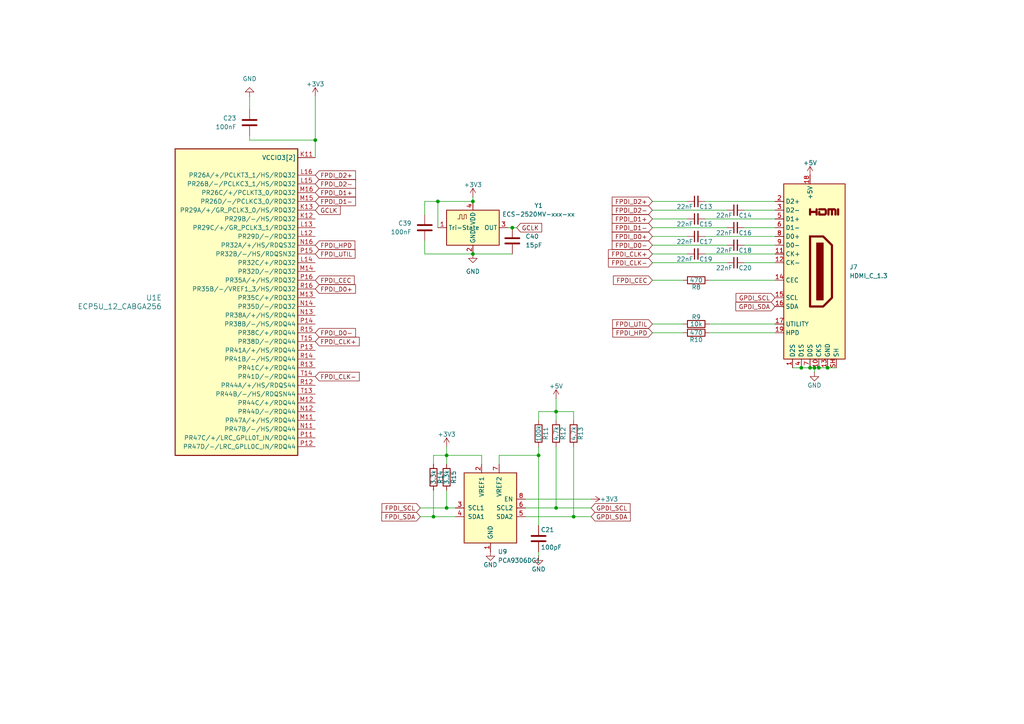
<source format=kicad_sch>
(kicad_sch (version 20250114) (generator "eeschema") (generator_version "9.0")
  (paper "A4")
  (lib_symbols
    (symbol "Connector:HDMI_C_1.3"
      (property "Reference" "J" (at -6.35 26.67 0))
      (property "Value" "HDMI_C_1.3" (at 10.16 26.67 0))
      (symbol "HDMI_C_1.3_0_0"
        (polyline (pts (xy 0 16.51) (xy 0 18.034) (xy 0 17.272) (xy 1.905 17.272) (xy 1.905 18.034) (xy 1.905 16.51)) (stroke (width 0.635)))
        (polyline (pts (xy 2.667 18.034) (xy 4.318 18.034) (xy 4.572 17.78) (xy 4.572 16.764) (xy 4.318 16.51) (xy 2.667 16.51) (xy 2.667 17.272)) (stroke (width 0.635)))
        (polyline (pts (xy 8.128 16.51) (xy 8.128 18.034)) (stroke (width 0.635)))
      )
      (symbol "HDMI_C_1.3_0_1"
        (rectangle (start -7.62 25.4) (end 10.16 -25.4) (stroke (width 0.254)) (fill (type background)))
        (polyline (pts (xy 0 10.16) (xy 3.81 10.16) (xy 6.35 7.62) (xy 6.35 -7.62) (xy 3.81 -10.16) (xy 0 -10.16) (xy 0 10.16)) (stroke (width 0.635)))
        (rectangle (start 1.905 8.255) (end 3.81 -8.255) (stroke (width 0.254)) (fill (type outline)))
        (polyline (pts (xy 5.334 16.51) (xy 5.334 18.034) (xy 6.35 18.034) (xy 6.35 16.51) (xy 6.35 18.034) (xy 7.112 18.034) (xy 7.366 17.78) (xy 7.366 16.51)) (stroke (width 0.635)))
      )
      (symbol "HDMI_C_1.3_1_1"
        (pin passive line (at -10.16 20.32 0) (length 2.54) (name "D2+") (number "2"))
        (pin passive line (at -10.16 17.78 0) (length 2.54) (name "D2-") (number "3"))
        (pin passive line (at -10.16 15.24 0) (length 2.54) (name "D1+") (number "5"))
        (pin passive line (at -10.16 12.7 0) (length 2.54) (name "D1-") (number "6"))
        (pin passive line (at -10.16 10.16 0) (length 2.54) (name "D0+") (number "8"))
        (pin passive line (at -10.16 7.62 0) (length 2.54) (name "D0-") (number "9"))
        (pin passive line (at -10.16 5.08 0) (length 2.54) (name "CK+") (number "11"))
        (pin passive line (at -10.16 2.54 0) (length 2.54) (name "CK-") (number "12"))
        (pin bidirectional line (at -10.16 -2.54 0) (length 2.54) (name "CEC") (number "14"))
        (pin passive line (at -10.16 -7.62 0) (length 2.54) (name "SCL") (number "15"))
        (pin bidirectional line (at -10.16 -10.16 0) (length 2.54) (name "SDA") (number "16"))
        (pin passive line (at -10.16 -15.24 0) (length 2.54) (name "UTILITY") (number "17"))
        (pin passive line (at -10.16 -17.78 0) (length 2.54) (name "HPD") (number "19"))
        (pin power_in line (at -5.08 -27.94 90) (length 2.54) (name "D2S") (number "1"))
        (pin power_in line (at -2.54 -27.94 90) (length 2.54) (name "D1S") (number "4"))
        (pin power_in line (at 0 27.94 270) (length 2.54) (name "+5V") (number "18"))
        (pin power_in line (at 0 -27.94 90) (length 2.54) (name "D0S") (number "7"))
        (pin power_in line (at 2.54 -27.94 90) (length 2.54) (name "CKS") (number "10"))
        (pin power_in line (at 5.08 -27.94 90) (length 2.54) (name "GND") (number "13"))
        (pin passive line (at 7.62 -27.94 90) (length 2.54) (name "SH") (number "SH"))
      )
    )
    (symbol "Device:C" (pin_numbers (hide yes)) (pin_names (offset 0.254))
      (property "Reference" "C" (at 0.635 2.54 0))
      (property "Value" "C" (at 0.635 -2.54 0))
      (symbol "C_0_1"
        (polyline (pts (xy -2.032 0.762) (xy 2.032 0.762)) (stroke (width 0.508)))
        (polyline (pts (xy -2.032 -0.762) (xy 2.032 -0.762)) (stroke (width 0.508)))
      )
      (symbol "C_1_1"
        (pin passive line (at 0 3.81 270) (length 2.794) (name "~") (number "1"))
        (pin passive line (at 0 -3.81 90) (length 2.794) (name "~") (number "2"))
      )
    )
    (symbol "Device:C_Small" (pin_numbers (hide yes)) (pin_names (offset 0.254) (hide yes))
      (property "Reference" "C" (at 0.254 1.778 0))
      (property "Value" "C_Small" (at 0.254 -2.032 0))
      (symbol "C_Small_0_1"
        (polyline (pts (xy -1.524 0.508) (xy 1.524 0.508)) (stroke (width 0.3048)))
        (polyline (pts (xy -1.524 -0.508) (xy 1.524 -0.508)) (stroke (width 0.3302)))
      )
      (symbol "C_Small_1_1"
        (pin passive line (at 0 2.54 270) (length 2.032) (name "~") (number "1"))
        (pin passive line (at 0 -2.54 90) (length 2.032) (name "~") (number "2"))
      )
    )
    (symbol "Device:R" (pin_numbers (hide yes)) (pin_names (offset 0))
      (property "Reference" "R" (at 2.032 0 90))
      (property "Value" "R" (at 0 0 90))
      (symbol "R_0_1"
        (rectangle (start -1.016 -2.54) (end 1.016 2.54) (stroke (width 0.254)))
      )
      (symbol "R_1_1"
        (pin passive line (at 0 3.81 270) (length 1.27) (name "~") (number "1"))
        (pin passive line (at 0 -3.81 90) (length 1.27) (name "~") (number "2"))
      )
    )
    (symbol "Interface:PCA9306DC1" (pin_names (offset 1.016))
      (property "Reference" "U" (at -7.62 11.43 0))
      (property "Value" "PCA9306DC1" (at 3.81 11.43 0))
      (symbol "PCA9306DC1_0_1"
        (rectangle (start -7.62 10.16) (end 7.62 -10.16) (stroke (width 0.254)) (fill (type background)))
      )
      (symbol "PCA9306DC1_1_1"
        (pin bidirectional line (at -10.16 0 0) (length 2.54) (name "SCL1") (number "3"))
        (pin bidirectional line (at -10.16 -2.54 0) (length 2.54) (name "SDA1") (number "4"))
        (pin power_in line (at -2.54 12.7 270) (length 2.54) (name "VREF1") (number "2"))
        (pin power_in line (at 0 -12.7 90) (length 2.54) (name "GND") (number "1"))
        (pin power_in line (at 2.54 12.7 270) (length 2.54) (name "VREF2") (number "7"))
        (pin input line (at 10.16 2.54 180) (length 2.54) (name "EN") (number "8"))
        (pin bidirectional line (at 10.16 0 180) (length 2.54) (name "SCL2") (number "6"))
        (pin bidirectional line (at 10.16 -2.54 180) (length 2.54) (name "SDA2") (number "5"))
      )
    )
    (symbol "Oscillator:ECS-2520MV-xxx-xx"
      (property "Reference" "Y" (at -5.08 6.35 0))
      (property "Value" "ECS-2520MV-xxx-xx" (at 1.27 -6.35 0))
      (symbol "ECS-2520MV-xxx-xx_0_1"
        (rectangle (start -7.62 5.08) (end 7.62 -5.08) (stroke (width 0.254)) (fill (type background)))
        (polyline (pts (xy -4.445 2.54) (xy -3.81 2.54) (xy -3.81 3.81) (xy -3.175 3.81) (xy -3.175 2.54) (xy -2.54 2.54) (xy -2.54 3.81) (xy -1.905 3.81) (xy -1.905 2.54)))
      )
      (symbol "ECS-2520MV-xxx-xx_1_1"
        (pin input line (at -10.16 0 0) (length 2.54) (name "Tri-State") (number "1"))
        (pin power_in line (at 0 7.62 270) (length 2.54) (name "VDD") (number "4"))
        (pin power_in line (at 0 -7.62 90) (length 2.54) (name "GND") (number "2"))
        (pin output line (at 10.16 0 180) (length 2.54) (name "OUT") (number "3"))
      )
    )
    (symbol "josh-ic:ECP5U_12_CABGA256"
      (property "Reference" "U1" (at 22.86 -2.5399 0))
      (property "Value" "ECP5U_12_CABGA256" (at 22.86 -5.0799 0))
      (symbol "ECP5U_12_CABGA256_1_1"
        (rectangle (start -7.62 7.62) (end 6.35 -7.62) (stroke (width 0.001)) (fill (type background)))
        (pin power_in line (at -12.7 5.08 0) (length 5.08) (name "VCC[6]") (number "G6"))
        (pin power_in line (at -12.7 5.08 0) (length 5.08) (name "VCC[6]") (number "G7"))
        (pin power_in line (at -12.7 5.08 0) (length 5.08) (name "VCC[6]") (number "G9"))
        (pin power_in line (at -12.7 5.08 0) (length 5.08) (name "VCC[6]") (number "L10"))
        (pin power_in line (at -12.7 5.08 0) (length 5.08) (name "VCC[6]") (number "L8"))
        (pin power_in line (at -12.7 5.08 0) (length 5.08) (name "VCC[6]") (number "L9"))
        (pin power_in line (at -12.7 2.54 0) (length 5.08) (name "VCCAUX[2]") (number "G11"))
        (pin power_in line (at -12.7 2.54 0) (length 5.08) (name "VCCAUX[2]") (number "L7"))
        (pin power_in line (at -12.7 -5.08 0) (length 5.08) (name "GND[27]") (number "A1"))
        (pin power_in line (at -12.7 -5.08 0) (length 5.08) (name "GND[27]") (number "A16"))
        (pin power_in line (at -12.7 -5.08 0) (length 5.08) (name "GND[27]") (number "D15"))
        (pin power_in line (at -12.7 -5.08 0) (length 5.08) (name "GND[27]") (number "D2"))
        (pin power_in line (at -12.7 -5.08 0) (length 5.08) (name "GND[27]") (number "F8"))
        (pin power_in line (at -12.7 -5.08 0) (length 5.08) (name "GND[27]") (number "F9"))
        (pin power_in line (at -12.7 -5.08 0) (length 5.08) (name "GND[27]") (number "G10"))
        (pin power_in line (at -12.7 -5.08 0) (length 5.08) (name "GND[27]") (number "G8"))
        (pin power_in line (at -12.7 -5.08 0) (length 5.08) (name "GND[27]") (number "H1"))
        (pin power_in line (at -12.7 -5.08 0) (length 5.08) (name "GND[27]") (number "H10"))
        (pin power_in line (at -12.7 -5.08 0) (length 5.08) (name "GND[27]") (number "H16"))
        (pin power_in line (at -12.7 -5.08 0) (length 5.08) (name "GND[27]") (number "H8"))
        (pin power_in line (at -12.7 -5.08 0) (length 5.08) (name "GND[27]") (number "H9"))
        (pin power_in line (at -12.7 -5.08 0) (length 5.08) (name "GND[27]") (number "J10"))
        (pin power_in line (at -12.7 -5.08 0) (length 5.08) (name "GND[27]") (number "J8"))
        (pin power_in line (at -12.7 -5.08 0) (length 5.08) (name "GND[27]") (number "J9"))
        (pin power_in line (at -12.7 -5.08 0) (length 5.08) (name "GND[27]") (number "K10"))
        (pin power_in line (at -12.7 -5.08 0) (length 5.08) (name "GND[27]") (number "K6"))
        (pin power_in line (at -12.7 -5.08 0) (length 5.08) (name "GND[27]") (number "K7"))
        (pin power_in line (at -12.7 -5.08 0) (length 5.08) (name "GND[27]") (number "K8"))
        (pin power_in line (at -12.7 -5.08 0) (length 5.08) (name "GND[27]") (number "K9"))
        (pin power_in line (at -12.7 -5.08 0) (length 5.08) (name "GND[27]") (number "N15"))
        (pin power_in line (at -12.7 -5.08 0) (length 5.08) (name "GND[27]") (number "N2"))
        (pin power_in line (at -12.7 -5.08 0) (length 5.08) (name "GND[27]") (number "T1"))
        (pin power_in line (at -12.7 -5.08 0) (length 5.08) (name "GND[27]") (number "T12"))
        (pin power_in line (at -12.7 -5.08 0) (length 5.08) (name "GND[27]") (number "T16"))
        (pin power_in line (at -12.7 -5.08 0) (length 5.08) (name "GND[27]") (number "T5"))
      )
      (symbol "ECP5U_12_CABGA256_2_1"
        (rectangle (start -16.51 40.64) (end 8.89 -27.94) (stroke (width 0.305)) (fill (type background)))
        (pin power_in line (at -21.59 38.1 0) (length 5.08) (name "VCCIO0[2]") (number "F6"))
        (pin power_in line (at -21.59 38.1 0) (length 5.08) (name "VCCIO0[2]") (number "F7"))
        (pin bidirectional line (at -21.59 33.02 0) (length 5.08) (name "PT4A/+") (number "A2"))
        (pin bidirectional line (at -21.59 30.48 0) (length 5.08) (name "PT4B/-") (number "B3"))
        (pin bidirectional line (at -21.59 27.94 0) (length 5.08) (name "PT6A/+") (number "A3"))
        (pin bidirectional line (at -21.59 25.4 0) (length 5.08) (name "PT6B/-") (number "A4"))
        (pin bidirectional line (at -21.59 22.86 0) (length 5.08) (name "PT9A/+") (number "E4"))
        (pin bidirectional line (at -21.59 20.32 0) (length 5.08) (name "PT9B/-") (number "D4"))
        (pin bidirectional line (at -21.59 17.78 0) (length 5.08) (name "PT11A/+") (number "C4"))
        (pin bidirectional line (at -21.59 15.24 0) (length 5.08) (name "PT11B/-") (number "B4"))
        (pin bidirectional line (at -21.59 12.7 0) (length 5.08) (name "PT13A/+") (number "E5"))
        (pin bidirectional line (at -21.59 10.16 0) (length 5.08) (name "PT13B/-") (number "D5"))
        (pin bidirectional line (at -21.59 7.62 0) (length 5.08) (name "PT15A/+") (number "C5"))
        (pin bidirectional line (at -21.59 5.08 0) (length 5.08) (name "PT15B/-") (number "B5"))
        (pin bidirectional line (at -21.59 2.54 0) (length 5.08) (name "PT18A/+") (number "A5"))
        (pin bidirectional line (at -21.59 0 0) (length 5.08) (name "PT18B/-") (number "A6"))
        (pin bidirectional line (at -21.59 -2.54 0) (length 5.08) (name "PT20A/+") (number "E6"))
        (pin bidirectional line (at -21.59 -5.08 0) (length 5.08) (name "PT20B/-") (number "D6"))
        (pin bidirectional line (at -21.59 -7.62 0) (length 5.08) (name "PT22A/+") (number "C6"))
        (pin bidirectional line (at -21.59 -10.16 0) (length 5.08) (name "PT22B/-") (number "B6"))
        (pin bidirectional line (at -21.59 -12.7 0) (length 5.08) (name "PT24A/+/GR_PCLK0_1") (number "E7"))
        (pin bidirectional line (at -21.59 -15.24 0) (length 5.08) (name "PT24B/-/GR_PCLK0_0") (number "D7"))
        (pin bidirectional line (at -21.59 -17.78 0) (length 5.08) (name "PT27A/+/PCLKT0_1") (number "C7"))
        (pin bidirectional line (at -21.59 -20.32 0) (length 5.08) (name "PT27B/-/PCLKC0_1") (number "B7"))
        (pin bidirectional line (at -21.59 -22.86 0) (length 5.08) (name "PT29A/+/PCLKT0_0") (number "A7"))
        (pin bidirectional line (at -21.59 -25.4 0) (length 5.08) (name "PT29B/-/PCLKC0_0") (number "A8"))
      )
      (symbol "ECP5U_12_CABGA256_3_1"
        (rectangle (start -16.51 40.64) (end 8.89 -48.26) (stroke (width 0.305)) (fill (type background)))
        (pin power_in line (at -21.59 38.1 0) (length 5.08) (name "VCCIO1[2]") (number "F10"))
        (pin power_in line (at -21.59 38.1 0) (length 5.08) (name "VCCIO1[2]") (number "F11"))
        (pin bidirectional line (at -21.59 33.02 0) (length 5.08) (name "PT33A/+/PCLKT1_1") (number "E8"))
        (pin bidirectional line (at -21.59 30.48 0) (length 5.08) (name "PT33B/-/PCLKC1_1") (number "D8"))
        (pin bidirectional line (at -21.59 27.94 0) (length 5.08) (name "PT35A/+/PCLKT1_0") (number "C8"))
        (pin bidirectional line (at -21.59 25.4 0) (length 5.08) (name "PT35B/-/PCLKC1_0") (number "B8"))
        (pin bidirectional line (at -21.59 22.86 0) (length 5.08) (name "PT38A/+/GR_PCLK1_0") (number "B9"))
        (pin bidirectional line (at -21.59 20.32 0) (length 5.08) (name "PT38B/-/GR_PCLK1_1") (number "C9"))
        (pin bidirectional line (at -21.59 17.78 0) (length 5.08) (name "PT40A/+") (number "D9"))
        (pin bidirectional line (at -21.59 15.24 0) (length 5.08) (name "PT40B/-") (number "E9"))
        (pin bidirectional line (at -21.59 12.7 0) (length 5.08) (name "PT42A/+") (number "A9"))
        (pin bidirectional line (at -21.59 10.16 0) (length 5.08) (name "PT42B/-") (number "A10"))
        (pin bidirectional line (at -21.59 7.62 0) (length 5.08) (name "PT44A/+") (number "B10"))
        (pin bidirectional line (at -21.59 5.08 0) (length 5.08) (name "PT44B/-") (number "C10"))
        (pin bidirectional line (at -21.59 2.54 0) (length 5.08) (name "PT47A/+") (number "D10"))
        (pin bidirectional line (at -21.59 0 0) (length 5.08) (name "PT47B/-") (number "E10"))
        (pin bidirectional line (at -21.59 -2.54 0) (length 5.08) (name "PT49A/+") (number "B11"))
        (pin bidirectional line (at -21.59 -5.08 0) (length 5.08) (name "PT49B/-") (number "C11"))
        (pin bidirectional line (at -21.59 -7.62 0) (length 5.08) (name "PT51A/+") (number "D11"))
        (pin bidirectional line (at -21.59 -10.16 0) (length 5.08) (name "PT51B/-") (number "E11"))
        (pin bidirectional line (at -21.59 -12.7 0) (length 5.08) (name "PT53A/+") (number "A11"))
        (pin bidirectional line (at -21.59 -15.24 0) (length 5.08) (name "PT53B/-") (number "A12"))
        (pin bidirectional line (at -21.59 -17.78 0) (length 5.08) (name "PT56A/+") (number "B12"))
        (pin bidirectional line (at -21.59 -20.32 0) (length 5.08) (name "PT56B/-") (number "C12"))
        (pin bidirectional line (at -21.59 -22.86 0) (length 5.08) (name "PT58A/+") (number "D12"))
        (pin bidirectional line (at -21.59 -25.4 0) (length 5.08) (name "PT58B/-") (number "E12"))
        (pin bidirectional line (at -21.59 -27.94 0) (length 5.08) (name "PT60A/+") (number "B13"))
        (pin bidirectional line (at -21.59 -30.48 0) (length 5.08) (name "PT60B/-") (number "C13"))
        (pin bidirectional line (at -21.59 -33.02 0) (length 5.08) (name "PT62A/+") (number "D13"))
        (pin bidirectional line (at -21.59 -35.56 0) (length 5.08) (name "PT62B/-") (number "E13"))
        (pin bidirectional line (at -21.59 -38.1 0) (length 5.08) (name "PT65A/+") (number "A13"))
        (pin bidirectional line (at -21.59 -40.64 0) (length 5.08) (name "PT65B/-") (number "A14"))
        (pin bidirectional line (at -21.59 -43.18 0) (length 5.08) (name "PT67A/+") (number "B14"))
        (pin bidirectional line (at -21.59 -45.72 0) (length 5.08) (name "PT67B/-") (number "A15"))
      )
      (symbol "ECP5U_12_CABGA256_4_1"
        (rectangle (start -16.51 40.64) (end 21.59 -48.26) (stroke (width 0.305)) (fill (type background)))
        (pin power_in line (at -21.59 38.1 0) (length 5.08) (name "VCCIO2[2]") (number "H11"))
        (pin power_in line (at -21.59 38.1 0) (length 5.08) (name "VCCIO2[2]") (number "J11"))
        (pin bidirectional line (at -21.59 33.02 0) (length 5.08) (name "PR2A/+/HS/RDQ8") (number "B16"))
        (pin bidirectional line (at -21.59 30.48 0) (length 5.08) (name "PR2B/-/S0_IN/HS/RDQ8") (number "B15"))
        (pin bidirectional line (at -21.59 27.94 0) (length 5.08) (name "PR2C/+/RDQ8") (number "C14"))
        (pin bidirectional line (at -21.59 25.4 0) (length 5.08) (name "PR2D/-/RDQ8") (number "D14"))
        (pin bidirectional line (at -21.59 22.86 0) (length 5.08) (name "PR5A/+/HS/RDQ8") (number "C16"))
        (pin bidirectional line (at -21.59 20.32 0) (length 5.08) (name "PR5B/-/HS/RDQ8") (number "C15"))
        (pin bidirectional line (at -21.59 17.78 0) (length 5.08) (name "PR5C/+/RDQ8") (number "E14"))
        (pin bidirectional line (at -21.59 15.24 0) (length 5.08) (name "PR5D/-/RDQ8") (number "F14"))
        (pin bidirectional line (at -21.59 12.7 0) (length 5.08) (name "PR8A/+/HS/RDQS8") (number "D16"))
        (pin bidirectional line (at -21.59 10.16 0) (length 5.08) (name "PR8B/-/HS/RDQSN8") (number "E15"))
        (pin bidirectional line (at -21.59 7.62 0) (length 5.08) (name "PR8C/+/RDQ8") (number "F13"))
        (pin bidirectional line (at -21.59 5.08 0) (length 5.08) (name "PR8D/-/RDQ8") (number "F12"))
        (pin bidirectional line (at -21.59 2.54 0) (length 5.08) (name "PR11A/+/HS/RDQ8") (number "G12"))
        (pin bidirectional line (at -21.59 0 0) (length 5.08) (name "PR11B/-/HS/RDQ8") (number "G13"))
        (pin bidirectional line (at -21.59 -2.54 0) (length 5.08) (name "PR11C/+/RDQ8") (number "F15"))
        (pin bidirectional line (at -21.59 -5.08 0) (length 5.08) (name "PR11D/-/RDQ8") (number "E16"))
        (pin bidirectional line (at -21.59 -7.62 0) (length 5.08) (name "PR14A/+/HS/RDQ20") (number "F16"))
        (pin bidirectional line (at -21.59 -10.16 0) (length 5.08) (name "PR14B/-/HS/RDQ20") (number "G15"))
        (pin bidirectional line (at -21.59 -12.7 0) (length 5.08) (name "PR14C/+/VREF1_2/RDQ20") (number "G14"))
        (pin bidirectional line (at -21.59 -15.24 0) (length 5.08) (name "PR14D/-/RDQ20") (number "H14"))
        (pin bidirectional line (at -21.59 -17.78 0) (length 5.08) (name "PR17A/+/HS/RDQ20") (number "H12"))
        (pin bidirectional line (at -21.59 -20.32 0) (length 5.08) (name "PR17B/-/HS/RDQ20") (number "H13"))
        (pin bidirectional line (at -21.59 -22.86 0) (length 5.08) (name "PR17C/+/RDQ20") (number "J13"))
        (pin bidirectional line (at -21.59 -25.4 0) (length 5.08) (name "PR17D/-/RDQ20") (number "J12"))
        (pin bidirectional line (at -21.59 -27.94 0) (length 5.08) (name "PR20A/+/GR_PCLK2_1/HS/RDQS20") (number "G16"))
        (pin bidirectional line (at -21.59 -30.48 0) (length 5.08) (name "PR20B/-/HS/RDQSN20") (number "H15"))
        (pin bidirectional line (at -21.59 -33.02 0) (length 5.08) (name "PR20C/+/GR_PCLK2_0/RDQ20") (number "J14"))
        (pin bidirectional line (at -21.59 -35.56 0) (length 5.08) (name "PR20D/-/RDQ20") (number "K14"))
        (pin bidirectional line (at -21.59 -38.1 0) (length 5.08) (name "PR23A/+/PCLKT2_1/HS/RDQ20") (number "J16"))
        (pin bidirectional line (at -21.59 -40.64 0) (length 5.08) (name "PR23B/-/PCLKC2_1/HS/RDQ20") (number "J15"))
        (pin bidirectional line (at -21.59 -43.18 0) (length 5.08) (name "PR23C/+/PCLKT2_0/RDQ20") (number "K16"))
        (pin bidirectional line (at -21.59 -45.72 0) (length 5.08) (name "PR23D/-/PCLKC2_0/RDQ20") (number "K15"))
      )
      (symbol "ECP5U_12_CABGA256_5_1"
        (rectangle (start -16.51 40.64) (end 19.05 -48.26) (stroke (width 0.305)) (fill (type background)))
        (pin power_in line (at -21.59 38.1 0) (length 5.08) (name "VCCIO3[2]") (number "K11"))
        (pin power_in line (at -21.59 38.1 0) (length 5.08) (name "VCCIO3[2]") (number "L11"))
        (pin bidirectional line (at -21.59 33.02 0) (length 5.08) (name "PR26A/+/PCLKT3_1/HS/RDQ32") (number "L16"))
        (pin bidirectional line (at -21.59 30.48 0) (length 5.08) (name "PR26B/-/PCLKC3_1/HS/RDQ32") (number "L15"))
        (pin bidirectional line (at -21.59 27.94 0) (length 5.08) (name "PR26C/+/PCLKT3_0/RDQ32") (number "M16"))
        (pin bidirectional line (at -21.59 25.4 0) (length 5.08) (name "PR26D/-/PCLKC3_0/RDQ32") (number "M15"))
        (pin bidirectional line (at -21.59 22.86 0) (length 5.08) (name "PR29A/+/GR_PCLK3_0/HS/RDQ32") (number "K13"))
        (pin bidirectional line (at -21.59 20.32 0) (length 5.08) (name "PR29B/-/HS/RDQ32") (number "K12"))
        (pin bidirectional line (at -21.59 17.78 0) (length 5.08) (name "PR29C/+/GR_PCLK3_1/RDQ32") (number "L13"))
        (pin bidirectional line (at -21.59 15.24 0) (length 5.08) (name "PR29D/-/RDQ32") (number "L12"))
        (pin bidirectional line (at -21.59 12.7 0) (length 5.08) (name "PR32A/+/HS/RDQS32") (number "N16"))
        (pin bidirectional line (at -21.59 10.16 0) (length 5.08) (name "PR32B/-/HS/RDQSN32") (number "P15"))
        (pin bidirectional line (at -21.59 7.62 0) (length 5.08) (name "PR32C/+/RDQ32") (number "L14"))
        (pin bidirectional line (at -21.59 5.08 0) (length 5.08) (name "PR32D/-/RDQ32") (number "M14"))
        (pin bidirectional line (at -21.59 2.54 0) (length 5.08) (name "PR35A/+/HS/RDQ32") (number "P16"))
        (pin bidirectional line (at -21.59 0 0) (length 5.08) (name "PR35B/-/VREF1_3/HS/RDQ32") (number "R16"))
        (pin bidirectional line (at -21.59 -2.54 0) (length 5.08) (name "PR35C/+/RDQ32") (number "M13"))
        (pin bidirectional line (at -21.59 -5.08 0) (length 5.08) (name "PR35D/-/RDQ32") (number "N14"))
        (pin bidirectional line (at -21.59 -7.62 0) (length 5.08) (name "PR38A/+/HS/RDQ44") (number "N13"))
        (pin bidirectional line (at -21.59 -10.16 0) (length 5.08) (name "PR38B/-/HS/RDQ44") (number "P14"))
        (pin bidirectional line (at -21.59 -12.7 0) (length 5.08) (name "PR38C/+/RDQ44") (number "R15"))
        (pin bidirectional line (at -21.59 -15.24 0) (length 5.08) (name "PR38D/-/RDQ44") (number "T15"))
        (pin bidirectional line (at -21.59 -17.78 0) (length 5.08) (name "PR41A/+/HS/RDQ44") (number "P13"))
        (pin bidirectional line (at -21.59 -20.32 0) (length 5.08) (name "PR41B/-/HS/RDQ44") (number "R14"))
        (pin bidirectional line (at -21.59 -22.86 0) (length 5.08) (name "PR41C/+/RDQ44") (number "R13"))
        (pin bidirectional line (at -21.59 -25.4 0) (length 5.08) (name "PR41D/-/RDQ44") (number "T14"))
        (pin bidirectional line (at -21.59 -27.94 0) (length 5.08) (name "PR44A/+/HS/RDQS44") (number "R12"))
        (pin bidirectional line (at -21.59 -30.48 0) (length 5.08) (name "PR44B/-/HS/RDQSN44") (number "T13"))
        (pin bidirectional line (at -21.59 -33.02 0) (length 5.08) (name "PR44C/+/RDQ44") (number "M12"))
        (pin bidirectional line (at -21.59 -35.56 0) (length 5.08) (name "PR44D/-/RDQ44") (number "N12"))
        (pin bidirectional line (at -21.59 -38.1 0) (length 5.08) (name "PR47A/+/HS/RDQ44") (number "M11"))
        (pin bidirectional line (at -21.59 -40.64 0) (length 5.08) (name "PR47B/-/HS/RDQ44") (number "N11"))
        (pin bidirectional line (at -21.59 -43.18 0) (length 5.08) (name "PR47C/+/LRC_GPLL0T_IN/RDQ44") (number "P11"))
        (pin bidirectional line (at -21.59 -45.72 0) (length 5.08) (name "PR47D/-/LRC_GPLL0C_IN/RDQ44") (number "P12"))
      )
      (symbol "ECP5U_12_CABGA256_6_1"
        (rectangle (start -16.51 40.64) (end 19.05 -48.26) (stroke (width 0.305)) (fill (type background)))
        (pin power_in line (at -21.59 38.1 0) (length 5.08) (name "VCCIO6[2]") (number "J6"))
        (pin power_in line (at -21.59 38.1 0) (length 5.08) (name "VCCIO6[2]") (number "J7"))
        (pin bidirectional line (at -21.59 33.02 0) (length 5.08) (name "PL26A/+/PCLKT6_1/HS/LDQ32") (number "L1"))
        (pin bidirectional line (at -21.59 30.48 0) (length 5.08) (name "PL26B/-/PCLKC6_1/HS/LDQ32") (number "L2"))
        (pin bidirectional line (at -21.59 27.94 0) (length 5.08) (name "PL26C/+/PCLKT6_0/LDQ32") (number "M1"))
        (pin bidirectional line (at -21.59 25.4 0) (length 5.08) (name "PL26D/-/PCLKC6_0/LDQ32") (number "M2"))
        (pin bidirectional line (at -21.59 22.86 0) (length 5.08) (name "PL29A/+/GR_PCLK6_0/HS/LDQ32") (number "K4"))
        (pin bidirectional line (at -21.59 20.32 0) (length 5.08) (name "PL29B/-/HS/LDQ32") (number "K5"))
        (pin bidirectional line (at -21.59 17.78 0) (length 5.08) (name "PL29C/+/GR_PCLK6_1/LDQ32") (number "L4"))
        (pin bidirectional line (at -21.59 15.24 0) (length 5.08) (name "PL29D/-/LDQ32") (number "L5"))
        (pin bidirectional line (at -21.59 12.7 0) (length 5.08) (name "PL32A/+/HS/LDQS32") (number "N1"))
        (pin bidirectional line (at -21.59 10.16 0) (length 5.08) (name "PL32B/-/HS/LDQSN32") (number "P2"))
        (pin bidirectional line (at -21.59 7.62 0) (length 5.08) (name "PL32C/+/LDQ32") (number "L3"))
        (pin bidirectional line (at -21.59 5.08 0) (length 5.08) (name "PL32D/-/LDQ32") (number "M3"))
        (pin bidirectional line (at -21.59 2.54 0) (length 5.08) (name "PL35A/+/HS/LDQ32") (number "P1"))
        (pin bidirectional line (at -21.59 0 0) (length 5.08) (name "PL35B/-/VREF1_6/HS/LDQ32") (number "R1"))
        (pin bidirectional line (at -21.59 -2.54 0) (length 5.08) (name "PL35C/+/LDQ32") (number "M4"))
        (pin bidirectional line (at -21.59 -5.08 0) (length 5.08) (name "PL35D/-/LDQ32") (number "N3"))
        (pin bidirectional line (at -21.59 -7.62 0) (length 5.08) (name "PL38A/+/HS/LDQ44") (number "N4"))
        (pin bidirectional line (at -21.59 -10.16 0) (length 5.08) (name "PL38B/-/HS/LDQ44") (number "P3"))
        (pin bidirectional line (at -21.59 -12.7 0) (length 5.08) (name "PL38C/+/LDQ44") (number "R2"))
        (pin bidirectional line (at -21.59 -15.24 0) (length 5.08) (name "PL38D/-/LDQ44") (number "T2"))
        (pin bidirectional line (at -21.59 -17.78 0) (length 5.08) (name "PL41A/+/HS/LDQ44") (number "P4"))
        (pin bidirectional line (at -21.59 -20.32 0) (length 5.08) (name "PL41B/-/HS/LDQ44") (number "R3"))
        (pin bidirectional line (at -21.59 -22.86 0) (length 5.08) (name "PL41C/+/LDQ44") (number "R4"))
        (pin bidirectional line (at -21.59 -25.4 0) (length 5.08) (name "PL41D/-/LDQ44") (number "T3"))
        (pin bidirectional line (at -21.59 -27.94 0) (length 5.08) (name "PL44A/+/HS/LDQS44") (number "R5"))
        (pin bidirectional line (at -21.59 -30.48 0) (length 5.08) (name "PL44B/-/HS/LDQSN44") (number "T4"))
        (pin bidirectional line (at -21.59 -33.02 0) (length 5.08) (name "PL44C/+/LDQ44") (number "M5"))
        (pin bidirectional line (at -21.59 -35.56 0) (length 5.08) (name "PL44D/-/LDQ44") (number "N5"))
        (pin bidirectional line (at -21.59 -38.1 0) (length 5.08) (name "PL47A/+/HS/LDQ44") (number "M6"))
        (pin bidirectional line (at -21.59 -40.64 0) (length 5.08) (name "PL47B/-/HS/LDQ44") (number "N6"))
        (pin bidirectional line (at -21.59 -43.18 0) (length 5.08) (name "PL47C/+/LLC_GPLL0T_IN/LDQ44") (number "P6"))
        (pin bidirectional line (at -21.59 -45.72 0) (length 5.08) (name "PL47D/-/LLC_GPLL0C_IN/LDQ44") (number "P5"))
      )
      (symbol "ECP5U_12_CABGA256_7_1"
        (rectangle (start -16.51 40.64) (end 20.32 -46.99) (stroke (width 0.305)) (fill (type background)))
        (pin power_in line (at -21.59 38.1 0) (length 5.08) (name "VCCIO7[2]") (number "H6"))
        (pin power_in line (at -21.59 38.1 0) (length 5.08) (name "VCCIO7[2]") (number "H7"))
        (pin bidirectional line (at -21.59 34.29 0) (length 5.08) (name "PL2A/+/HS/LDQ8") (number "B1"))
        (pin bidirectional line (at -21.59 31.75 0) (length 5.08) (name "PL2B/-/HS/LDQ8") (number "B2"))
        (pin bidirectional line (at -21.59 29.21 0) (length 5.08) (name "PL2C/+/LDQ8") (number "C3"))
        (pin bidirectional line (at -21.59 26.67 0) (length 5.08) (name "PL2D/-/LDQ8") (number "D3"))
        (pin bidirectional line (at -21.59 24.13 0) (length 5.08) (name "PL5A/+/HS/LDQ8") (number "C1"))
        (pin bidirectional line (at -21.59 21.59 0) (length 5.08) (name "PL5B/-/HS/LDQ8") (number "C2"))
        (pin bidirectional line (at -21.59 19.05 0) (length 5.08) (name "PL5C/+/LDQ8") (number "E3"))
        (pin bidirectional line (at -21.59 16.51 0) (length 5.08) (name "PL5D/-/LDQ8") (number "F3"))
        (pin bidirectional line (at -21.59 13.97 0) (length 5.08) (name "PL8A/+/HS/LDQS8") (number "D1"))
        (pin bidirectional line (at -21.59 11.43 0) (length 5.08) (name "PL8B/-/HS/LDQSN8") (number "E2"))
        (pin bidirectional line (at -21.59 8.89 0) (length 5.08) (name "PL8C/+/LDQ8") (number "F4"))
        (pin bidirectional line (at -21.59 6.35 0) (length 5.08) (name "PL8D/-/LDQ8") (number "F5"))
        (pin bidirectional line (at -21.59 3.81 0) (length 5.08) (name "PL11A/+/HS/LDQ8") (number "G5"))
        (pin bidirectional line (at -21.59 1.27 0) (length 5.08) (name "PL11B/-/HS/LDQ8") (number "G4"))
        (pin bidirectional line (at -21.59 -1.27 0) (length 5.08) (name "PL11C/+/LDQ8") (number "F2"))
        (pin bidirectional line (at -21.59 -3.81 0) (length 5.08) (name "PL11D/-/LDQ8") (number "E1"))
        (pin bidirectional line (at -21.59 -6.35 0) (length 5.08) (name "PL14A/+/HS/LDQ20") (number "F1"))
        (pin bidirectional line (at -21.59 -8.89 0) (length 5.08) (name "PL14B/-/HS/LDQ20") (number "G2"))
        (pin bidirectional line (at -21.59 -11.43 0) (length 5.08) (name "PL14C/+/VREF1_7/LDQ20") (number "G3"))
        (pin bidirectional line (at -21.59 -13.97 0) (length 5.08) (name "PL14D/-/LDQ20") (number "H3"))
        (pin bidirectional line (at -21.59 -16.51 0) (length 5.08) (name "PL17A/+/HS/LDQ20") (number "H5"))
        (pin bidirectional line (at -21.59 -19.05 0) (length 5.08) (name "PL17B/-/HS/LDQ20") (number "H4"))
        (pin bidirectional line (at -21.59 -21.59 0) (length 5.08) (name "PL17C/+/LDQ20") (number "J4"))
        (pin bidirectional line (at -21.59 -24.13 0) (length 5.08) (name "PL17D/-/LDQ20") (number "J5"))
        (pin bidirectional line (at -21.59 -26.67 0) (length 5.08) (name "PL20A/+/GR_PCLK7_1/HS/LDQS20") (number "G1"))
        (pin bidirectional line (at -21.59 -29.21 0) (length 5.08) (name "PL20B/-/HS/LDQSN20") (number "H2"))
        (pin bidirectional line (at -21.59 -31.75 0) (length 5.08) (name "PL20C/+/GR_PCLK7_0/LDQ20") (number "J3"))
        (pin bidirectional line (at -21.59 -34.29 0) (length 5.08) (name "PL20D/-/LDQ20") (number "K3"))
        (pin bidirectional line (at -21.59 -36.83 0) (length 5.08) (name "PL23A/+/PCLKT7_1/HS/LDQ20") (number "J1"))
        (pin bidirectional line (at -21.59 -39.37 0) (length 5.08) (name "PL23B/-/PCLKC7_1/HS/LDQ20") (number "J2"))
        (pin bidirectional line (at -21.59 -41.91 0) (length 5.08) (name "PL23C/+/PCLKT7_0/LDQ20") (number "K1"))
        (pin bidirectional line (at -21.59 -44.45 0) (length 5.08) (name "PL23D/-/PCLKC7_0/LDQ20") (number "K2"))
      )
      (symbol "ECP5U_12_CABGA256_8_1"
        (rectangle (start -16.51 40.64) (end 25.4 -17.78) (stroke (width 0.305)) (fill (type background)))
        (pin power_in line (at -21.59 38.1 0) (length 5.08) (name "VCCIO8") (number "L6"))
        (pin bidirectional line (at -21.59 33.02 0) (length 5.08) (name "CCLK/MCLK/SCK") (number "N9"))
        (pin bidirectional line (at -21.59 30.48 0) (length 5.08) (name "CFG_0") (number "N10"))
        (pin bidirectional line (at -21.59 27.94 0) (length 5.08) (name "CFG_1") (number "P10"))
        (pin bidirectional line (at -21.59 25.4 0) (length 5.08) (name "CFG_2") (number "R10"))
        (pin bidirectional line (at -21.59 22.86 0) (length 5.08) (name "DONE") (number "P9"))
        (pin bidirectional line (at -21.59 20.32 0) (length 5.08) (name "INITN") (number "T9"))
        (pin bidirectional line (at -21.59 17.78 0) (length 5.08) (name "PB4A/+/D7/IO7") (number "T6"))
        (pin bidirectional line (at -21.59 15.24 0) (length 5.08) (name "PB4B/-/D6/IO6") (number "R6"))
        (pin bidirectional line (at -21.59 12.7 0) (length 5.08) (name "PB6A/+/D5/MISO2/IO5") (number "R7"))
        (pin bidirectional line (at -21.59 10.16 0) (length 5.08) (name "PB6B/-/D4/MOSI2/IO4") (number "P7"))
        (pin bidirectional line (at -21.59 7.62 0) (length 5.08) (name "PB9A/+/D3/IO3") (number "N7"))
        (pin bidirectional line (at -21.59 5.08 0) (length 5.08) (name "PB9B/-/D2/IO2") (number "M7"))
        (pin bidirectional line (at -21.59 2.54 0) (length 5.08) (name "PB11A/+/D1/MISO/IO1") (number "T7"))
        (pin bidirectional line (at -21.59 0 0) (length 5.08) (name "PB11B/-/D0/MOSI/IO0") (number "T8"))
        (pin bidirectional line (at -21.59 -2.54 0) (length 5.08) (name "PB13A/+/SN/CSN") (number "R8"))
        (pin bidirectional line (at -21.59 -5.08 0) (length 5.08) (name "PB13B/-/CS1N") (number "P8"))
        (pin bidirectional line (at -21.59 -7.62 0) (length 5.08) (name "PB15A/+/HOLDN/DI/BUSY/CSSPIN/CEN") (number "N8"))
        (pin bidirectional line (at -21.59 -10.16 0) (length 5.08) (name "PB15B/-/DOUT/CSON") (number "M8"))
        (pin bidirectional line (at -21.59 -12.7 0) (length 5.08) (name "PB18A/WRITEN") (number "M9"))
        (pin bidirectional line (at -21.59 -15.24 0) (length 5.08) (name "PROGRAMN") (number "R9"))
      )
      (symbol "ECP5U_12_CABGA256_9_1"
        (rectangle (start -2.54 6.35) (end 5.08 -6.35) (stroke (width 0.305)) (fill (type background)))
        (pin bidirectional line (at -7.62 3.81 0) (length 5.08) (name "TCK") (number "T10"))
        (pin bidirectional line (at -7.62 1.27 0) (length 5.08) (name "TDI") (number "R11"))
        (pin bidirectional line (at -7.62 -1.27 0) (length 5.08) (name "TDO") (number "M10"))
        (pin bidirectional line (at -7.62 -3.81 0) (length 5.08) (name "TMS") (number "T11"))
      )
    )
    (symbol "power:+3V3" (power) (pin_numbers (hide yes)) (pin_names (offset 0) (hide yes))
      (property "Value" "+3V3" (at 0 3.556 0))
      (symbol "+3V3_0_1"
        (polyline (pts (xy -0.762 1.27) (xy 0 2.54)))
        (polyline (pts (xy 0 2.54) (xy 0.762 1.27)))
        (polyline (pts (xy 0 0) (xy 0 2.54)))
      )
      (symbol "+3V3_1_1"
        (pin power_in line (at 0 0 90) (length 0) (name "~") (number "1"))
      )
    )
    (symbol "power:+5V" (power) (pin_numbers (hide yes)) (pin_names (offset 0) (hide yes))
      (property "Value" "+5V" (at 0 3.556 0))
      (symbol "+5V_0_1"
        (polyline (pts (xy -0.762 1.27) (xy 0 2.54)))
        (polyline (pts (xy 0 2.54) (xy 0.762 1.27)))
        (polyline (pts (xy 0 0) (xy 0 2.54)))
      )
      (symbol "+5V_1_1"
        (pin power_in line (at 0 0 90) (length 0) (name "~") (number "1"))
      )
    )
    (symbol "power:GND" (power) (pin_numbers (hide yes)) (pin_names (offset 0) (hide yes))
      (property "Value" "GND" (at 0 -3.81 0))
      (symbol "GND_0_1"
        (polyline (pts (xy 0 0) (xy 0 -1.27) (xy 1.27 -1.27) (xy 0 -2.54) (xy -1.27 -1.27) (xy 0 -1.27)))
      )
      (symbol "GND_1_1"
        (pin power_in line (at 0 0 270) (length 0) (name "~") (number "1"))
      )
    )
  )
  (junction (at 232.41 106.68))
  (junction (at 129.54 132.08))
  (junction (at 234.95 106.68))
  (junction (at 236.22 106.68))
  (junction (at 125.73 149.86))
  (junction (at 148.59 66.04))
  (junction (at 161.29 147.32))
  (junction (at 91.44 40.64))
  (junction (at 137.16 58.42))
  (junction (at 237.49 106.68))
  (junction (at 127 58.42))
  (junction (at 156.21 132.08))
  (junction (at 129.54 147.32))
  (junction (at 240.03 106.68))
  (junction (at 137.16 73.66))
  (junction (at 161.29 119.38))
  (junction (at 166.37 149.86))
  (wire (pts (xy 189.23 68.58) (xy 199.39 68.58)))
  (wire (pts (xy 156.21 160.02) (xy 156.21 161.29)))
  (wire (pts (xy 189.23 60.96) (xy 210.82 60.96)))
  (wire (pts (xy 215.9 76.2) (xy 224.79 76.2)))
  (wire (pts (xy 72.39 40.64) (xy 91.44 40.64)))
  (wire (pts (xy 127 58.42) (xy 127 66.04)))
  (wire (pts (xy 166.37 119.38) (xy 166.37 121.92)))
  (wire (pts (xy 204.47 63.5) (xy 224.79 63.5)))
  (wire (pts (xy 189.23 58.42) (xy 199.39 58.42)))
  (wire (pts (xy 152.4 149.86) (xy 166.37 149.86)))
  (wire (pts (xy 215.9 71.12) (xy 224.79 71.12)))
  (wire (pts (xy 161.29 119.38) (xy 161.29 121.92)))
  (wire (pts (xy 161.29 119.38) (xy 166.37 119.38)))
  (wire (pts (xy 156.21 121.92) (xy 156.21 119.38)))
  (wire (pts (xy 204.47 73.66) (xy 224.79 73.66)))
  (wire (pts (xy 129.54 132.08) (xy 139.7 132.08)))
  (wire (pts (xy 139.7 132.08) (xy 139.7 134.62)))
  (wire (pts (xy 152.4 147.32) (xy 161.29 147.32)))
  (wire (pts (xy 161.29 147.32) (xy 171.45 147.32)))
  (wire (pts (xy 129.54 132.08) (xy 129.54 134.62)))
  (wire (pts (xy 205.74 81.28) (xy 224.79 81.28)))
  (wire (pts (xy 215.9 66.04) (xy 224.79 66.04)))
  (wire (pts (xy 121.92 147.32) (xy 129.54 147.32)))
  (wire (pts (xy 148.59 66.04) (xy 149.86 66.04)))
  (wire (pts (xy 189.23 93.98) (xy 198.12 93.98)))
  (wire (pts (xy 91.44 27.94) (xy 91.44 40.64)))
  (wire (pts (xy 189.23 81.28) (xy 198.12 81.28)))
  (wire (pts (xy 147.32 66.04) (xy 148.59 66.04)))
  (wire (pts (xy 161.29 129.54) (xy 161.29 147.32)))
  (wire (pts (xy 166.37 149.86) (xy 171.45 149.86)))
  (wire (pts (xy 189.23 96.52) (xy 198.12 96.52)))
  (wire (pts (xy 156.21 119.38) (xy 161.29 119.38)))
  (wire (pts (xy 123.19 73.66) (xy 123.19 69.85)))
  (wire (pts (xy 166.37 149.86) (xy 166.37 129.54)))
  (wire (pts (xy 205.74 93.98) (xy 224.79 93.98)))
  (wire (pts (xy 123.19 58.42) (xy 127 58.42)))
  (wire (pts (xy 137.16 73.66) (xy 123.19 73.66)))
  (wire (pts (xy 144.78 132.08) (xy 144.78 134.62)))
  (wire (pts (xy 189.23 71.12) (xy 210.82 71.12)))
  (wire (pts (xy 229.87 106.68) (xy 232.41 106.68)))
  (wire (pts (xy 121.92 149.86) (xy 125.73 149.86)))
  (wire (pts (xy 137.16 57.15) (xy 137.16 58.42)))
  (wire (pts (xy 189.23 66.04) (xy 210.82 66.04)))
  (wire (pts (xy 127 58.42) (xy 137.16 58.42)))
  (wire (pts (xy 91.44 40.64) (xy 91.44 45.72)))
  (wire (pts (xy 144.78 132.08) (xy 156.21 132.08)))
  (wire (pts (xy 189.23 76.2) (xy 210.82 76.2)))
  (wire (pts (xy 240.03 106.68) (xy 242.57 106.68)))
  (wire (pts (xy 204.47 68.58) (xy 224.79 68.58)))
  (wire (pts (xy 123.19 62.23) (xy 123.19 58.42)))
  (wire (pts (xy 234.95 106.68) (xy 236.22 106.68)))
  (wire (pts (xy 156.21 129.54) (xy 156.21 132.08)))
  (wire (pts (xy 152.4 144.78) (xy 171.45 144.78)))
  (wire (pts (xy 237.49 106.68) (xy 240.03 106.68)))
  (wire (pts (xy 205.74 96.52) (xy 224.79 96.52)))
  (wire (pts (xy 189.23 73.66) (xy 199.39 73.66)))
  (wire (pts (xy 129.54 147.32) (xy 132.08 147.32)))
  (wire (pts (xy 72.39 27.94) (xy 72.39 31.75)))
  (wire (pts (xy 156.21 132.08) (xy 156.21 152.4)))
  (wire (pts (xy 236.22 106.68) (xy 237.49 106.68)))
  (wire (pts (xy 125.73 149.86) (xy 132.08 149.86)))
  (wire (pts (xy 204.47 58.42) (xy 224.79 58.42)))
  (wire (pts (xy 236.22 107.95) (xy 236.22 106.68)))
  (wire (pts (xy 72.39 40.64) (xy 72.39 39.37)))
  (wire (pts (xy 161.29 115.57) (xy 161.29 119.38)))
  (wire (pts (xy 129.54 129.54) (xy 129.54 132.08)))
  (wire (pts (xy 137.16 73.66) (xy 148.59 73.66)))
  (wire (pts (xy 189.23 63.5) (xy 199.39 63.5)))
  (wire (pts (xy 215.9 60.96) (xy 224.79 60.96)))
  (wire (pts (xy 129.54 142.24) (xy 129.54 147.32)))
  (wire (pts (xy 232.41 106.68) (xy 234.95 106.68)))
  (wire (pts (xy 125.73 134.62) (xy 125.73 132.08)))
  (wire (pts (xy 125.73 142.24) (xy 125.73 149.86)))
  (wire (pts (xy 125.73 132.08) (xy 129.54 132.08)))
  (global_label "GPDI_SDA" (shape input) (at 224.79 88.9 180) (property "Intersheetrefs" "${INTERSHEET_REFS}" (effects (hide yes))))
  (global_label "FPDI_SCL" (shape input) (at 121.92 147.32 180) (property "Intersheetrefs" "${INTERSHEET_REFS}" (effects (hide yes))))
  (global_label "FPDI_D2-" (shape input) (at 189.23 60.96 180) (property "Intersheetrefs" "${INTERSHEET_REFS}" (effects (hide yes))))
  (global_label "FPDI_HPD" (shape input) (at 189.23 96.52 180) (property "Intersheetrefs" "${INTERSHEET_REFS}" (effects (hide yes))))
  (global_label "FPDI_CEC" (shape input) (at 91.44 81.28 0) (property "Intersheetrefs" "${INTERSHEET_REFS}" (effects (hide yes))))
  (global_label "GPDI_SCL" (shape input) (at 171.45 147.32 0) (property "Intersheetrefs" "${INTERSHEET_REFS}" (effects (hide yes))))
  (global_label "FPDI_UTIL" (shape input) (at 91.44 73.66 0) (property "Intersheetrefs" "${INTERSHEET_REFS}" (effects (hide yes))))
  (global_label "FPDI_D2+" (shape input) (at 189.23 58.42 180) (property "Intersheetrefs" "${INTERSHEET_REFS}" (effects (hide yes))))
  (global_label "GPDI_SDA" (shape input) (at 171.45 149.86 0) (property "Intersheetrefs" "${INTERSHEET_REFS}" (effects (hide yes))))
  (global_label "FPDI_D1-" (shape input) (at 189.23 66.04 180) (property "Intersheetrefs" "${INTERSHEET_REFS}" (effects (hide yes))))
  (global_label "FPDI_D1+" (shape input) (at 189.23 63.5 180) (property "Intersheetrefs" "${INTERSHEET_REFS}" (effects (hide yes))))
  (global_label "FPDI_D1+" (shape input) (at 91.44 55.88 0) (property "Intersheetrefs" "${INTERSHEET_REFS}" (effects (hide yes))))
  (global_label "FPDI_D1-" (shape input) (at 91.44 58.42 0) (property "Intersheetrefs" "${INTERSHEET_REFS}" (effects (hide yes))))
  (global_label "FPDI_CLK+" (shape input) (at 91.44 99.06 0) (property "Intersheetrefs" "${INTERSHEET_REFS}" (effects (hide yes))))
  (global_label "FPDI_CEC" (shape input) (at 189.23 81.28 180) (property "Intersheetrefs" "${INTERSHEET_REFS}" (effects (hide yes))))
  (global_label "GPDI_SCL" (shape input) (at 224.79 86.36 180) (property "Intersheetrefs" "${INTERSHEET_REFS}" (effects (hide yes))))
  (global_label "FPDI_UTIL" (shape input) (at 189.23 93.98 180) (property "Intersheetrefs" "${INTERSHEET_REFS}" (effects (hide yes))))
  (global_label "FPDI_CLK-" (shape input) (at 91.44 109.22 0) (property "Intersheetrefs" "${INTERSHEET_REFS}" (effects (hide yes))))
  (global_label "FPDI_CLK+" (shape input) (at 189.23 73.66 180) (property "Intersheetrefs" "${INTERSHEET_REFS}" (effects (hide yes))))
  (global_label "GCLK" (shape input) (at 149.86 66.04 0) (property "Intersheetrefs" "${INTERSHEET_REFS}" (effects (hide yes))))
  (global_label "FPDI_D0-" (shape input) (at 91.44 96.52 0) (property "Intersheetrefs" "${INTERSHEET_REFS}" (effects (hide yes))))
  (global_label "FPDI_D2+" (shape input) (at 91.44 50.8 0) (property "Intersheetrefs" "${INTERSHEET_REFS}" (effects (hide yes))))
  (global_label "FPDI_CLK-" (shape input) (at 189.23 76.2 180) (property "Intersheetrefs" "${INTERSHEET_REFS}" (effects (hide yes))))
  (global_label "GCLK" (shape input) (at 91.44 60.96 0) (property "Intersheetrefs" "${INTERSHEET_REFS}" (effects (hide yes))))
  (global_label "FPDI_SDA" (shape input) (at 121.92 149.86 180) (property "Intersheetrefs" "${INTERSHEET_REFS}" (effects (hide yes))))
  (global_label "FPDI_D2-" (shape input) (at 91.44 53.34 0) (property "Intersheetrefs" "${INTERSHEET_REFS}" (effects (hide yes))))
  (global_label "FPDI_D0+" (shape input) (at 91.44 83.82 0) (property "Intersheetrefs" "${INTERSHEET_REFS}" (effects (hide yes))))
  (global_label "FPDI_D0+" (shape input) (at 189.23 68.58 180) (property "Intersheetrefs" "${INTERSHEET_REFS}" (effects (hide yes))))
  (global_label "FPDI_HPD" (shape input) (at 91.44 71.12 0) (property "Intersheetrefs" "${INTERSHEET_REFS}" (effects (hide yes))))
  (global_label "FPDI_D0-" (shape input) (at 189.23 71.12 180) (property "Intersheetrefs" "${INTERSHEET_REFS}" (effects (hide yes))))
  (symbol (lib_id "power:GND") (at 236.22 107.95 0) (mirror y) (unit 1)
    (property "Reference" "#PWR050" (effects (hide yes)))
    (property "Value" "GND" (at 236.22 111.76 0))
  )
  (symbol (lib_id "Device:R") (at 156.21 125.73 0) (unit 1)
    (property "Reference" "R11" (at 158.242 125.73 90))
    (property "Value" "100k" (at 156.21 125.73 90))
    (property "Footprint" "Resistor_SMD:R_0603_1608Metric" (effects (hide yes)))
  )
  (symbol (lib_id "Device:R") (at 161.29 125.73 0) (unit 1)
    (property "Reference" "R12" (at 163.322 125.73 90))
    (property "Value" "4.7k" (at 161.29 125.73 90))
    (property "Footprint" "Resistor_SMD:R_0603_1608Metric" (effects (hide yes)))
  )
  (symbol (lib_id "Device:R") (at 166.37 125.73 0) (unit 1)
    (property "Reference" "R13" (at 168.402 125.73 90))
    (property "Value" "4.7k" (at 166.37 125.73 90))
    (property "Footprint" "Resistor_SMD:R_0603_1608Metric" (effects (hide yes)))
  )
  (symbol (lib_id "power:+5V") (at 161.29 115.57 0) (unit 1)
    (property "Reference" "#PWR052" (effects (hide yes)))
    (property "Value" "+5V" (at 161.29 112.014 0))
  )
  (symbol (lib_id "Device:C") (at 156.21 156.21 0) (unit 1)
    (property "Reference" "C21" (at 156.845 153.67 0) (effects (justify left)))
    (property "Value" "100pF" (at 156.845 158.75 0) (effects (justify left)))
    (property "Footprint" "Capacitor_SMD:C_0603_1608Metric" (effects (hide yes)))
  )
  (symbol (lib_id "power:GND") (at 156.21 161.29 0) (unit 1)
    (property "Reference" "#PWR056" (effects (hide yes)))
    (property "Value" "GND" (at 156.21 165.1 0))
  )
  (symbol (lib_id "power:GND") (at 142.24 160.02 0) (unit 1)
    (property "Reference" "#PWR055" (effects (hide yes)))
    (property "Value" "GND" (at 142.24 163.83 0))
  )
  (symbol (lib_id "Device:R") (at 129.54 138.43 0) (unit 1)
    (property "Reference" "R15" (at 131.572 138.43 90))
    (property "Value" "3.3k" (at 129.54 138.43 90))
    (property "Footprint" "Resistor_SMD:R_0603_1608Metric" (effects (hide yes)))
  )
  (symbol (lib_id "Device:R") (at 125.73 138.43 0) (unit 1)
    (property "Reference" "R14" (at 127.762 138.43 90))
    (property "Value" "3.3k" (at 125.73 138.43 90))
    (property "Footprint" "Resistor_SMD:R_0603_1608Metric" (effects (hide yes)))
  )
  (symbol (lib_id "power:+3V3") (at 171.45 144.78 270) (unit 1)
    (property "Reference" "#PWR054" (effects (hide yes)))
    (property "Value" "+3V3" (at 173.99 144.78 90) (effects (justify left)))
  )
  (symbol (lib_id "power:+3V3") (at 91.44 27.94 0) (mirror y) (unit 1)
    (property "Reference" "#PWR057" (effects (hide yes)))
    (property "Value" "+3V3" (at 91.44 24.384 0))
  )
  (symbol (lib_id "Device:R") (at 201.93 96.52 270) (unit 1)
    (property "Reference" "R10" (at 201.93 98.552 90))
    (property "Value" "470" (at 201.93 96.52 90))
    (property "Footprint" "Resistor_SMD:R_0603_1608Metric" (effects (hide yes)))
  )
  (symbol (lib_id "Connector:HDMI_C_1.3") (at 234.95 78.74 0) (unit 1)
    (property "Reference" "J7" (at 246.38 77.4699 0) (effects (justify left)))
    (property "Value" "HDMI_C_1.3" (at 246.38 80.0099 0) (effects (justify left)))
    (property "Footprint" "anice-lib:XKB Connection A71-05H4-111N1" (effects (hide yes)))
    (property "Datasheet" "http://pinoutguide.com/PortableDevices/mini_hdmi_pinout.shtml" (effects (hide yes)))
    (property "Description" "HDMI 1.3+ type C connector" (effects (hide yes)))
    (property "LCSC Part" "C2682170 " (effects (hide yes)))
  )
  (symbol (lib_id "Device:C_Small") (at 201.93 63.5 90) (unit 1)
    (property "Reference" "C15" (at 204.724 65.024 90))
    (property "Value" "22nF" (at 198.628 65.024 90))
    (property "Footprint" "Capacitor_SMD:C_0603_1608Metric" (effects (hide yes)))
    (property "Description" "Unpolarized capacitor, small symbol" (effects (hide yes)))
  )
  (symbol (lib_id "Device:C_Small") (at 213.36 76.2 90) (unit 1)
    (property "Reference" "C20" (at 216.154 77.724 90))
    (property "Value" "22nF" (at 210.058 77.724 90))
    (property "Footprint" "Capacitor_SMD:C_0603_1608Metric" (effects (hide yes)))
    (property "Description" "Unpolarized capacitor, small symbol" (effects (hide yes)))
  )
  (symbol (lib_id "Device:C_Small") (at 213.36 71.12 90) (unit 1)
    (property "Reference" "C18" (at 216.154 72.644 90))
    (property "Value" "22nF" (at 210.058 72.644 90))
    (property "Footprint" "Capacitor_SMD:C_0603_1608Metric" (effects (hide yes)))
    (property "Description" "Unpolarized capacitor, small symbol" (effects (hide yes)))
  )
  (symbol (lib_id "Device:C") (at 72.39 35.56 0) (mirror y) (unit 1)
    (property "Reference" "C23" (at 68.58 34.2899 0) (effects (justify left)))
    (property "Value" "100nF" (at 68.58 36.8299 0) (effects (justify left)))
    (property "Footprint" "Capacitor_SMD:C_0402_1005Metric" (effects (hide yes)))
    (property "Description" "Unpolarized capacitor" (effects (hide yes)))
  )
  (symbol (lib_id "power:GND") (at 72.39 27.94 0) (mirror x) (unit 1)
    (property "Reference" "#PWR058" (effects (hide yes)))
    (property "Value" "GND" (at 72.39 22.86 0))
    (property "Description" "Power symbol creates a global label with name \"GND\" , ground" (effects (hide yes)))
  )
  (symbol (lib_id "Device:C_Small") (at 201.93 68.58 90) (unit 1)
    (property "Reference" "C17" (at 204.724 70.104 90))
    (property "Value" "22nF" (at 198.628 70.104 90))
    (property "Footprint" "Capacitor_SMD:C_0603_1608Metric" (effects (hide yes)))
    (property "Description" "Unpolarized capacitor, small symbol" (effects (hide yes)))
  )
  (symbol (lib_id "power:GND") (at 137.16 73.66 0) (unit 1)
    (property "Reference" "#PWR02" (effects (hide yes)))
    (property "Value" "GND" (at 137.16 78.74 0))
    (property "Description" "Power symbol creates a global label with name \"GND\" , ground" (effects (hide yes)))
  )
  (symbol (lib_id "Device:C_Small") (at 201.93 58.42 90) (unit 1)
    (property "Reference" "C13" (at 204.724 59.944 90))
    (property "Value" "22nF" (at 198.628 59.944 90))
    (property "Footprint" "Capacitor_SMD:C_0603_1608Metric" (effects (hide yes)))
    (property "Description" "Unpolarized capacitor, small symbol" (effects (hide yes)))
  )
  (symbol (lib_id "Device:R") (at 201.93 81.28 270) (unit 1)
    (property "Reference" "R8" (at 201.93 83.312 90))
    (property "Value" "470" (at 201.93 81.28 90))
    (property "Footprint" "Resistor_SMD:R_0603_1608Metric" (effects (hide yes)))
  )
  (symbol (lib_id "josh-ic:ECP5U_12_CABGA256") (at 69.85 83.82 0) (mirror y) (unit 5)
    (property "Reference" "U1" (at 46.99 86.3599 0) (effects (font (size 1.524 1.524)) (justify left)))
    (property "Value" "ECP5U_12_CABGA256" (at 46.99 88.8999 0) (effects (font (size 1.524 1.524)) (justify left)))
    (property "Footprint" "Package_BGA:BGA-256_14.0x14.0mm_Layout16x16_P0.8mm_Ball0.45mm_Pad0.32mm_NSMD" (effects (hide yes)))
    (property "Datasheet" "https://www.lcsc.com/datasheet/lcsc_datasheet_2411220131_Lattice-LFE5U-25F-6BG256C_C1521614.pdf" (effects (hide yes)))
    (property "LCSC Part" " C1521614" (effects (hide yes)))
  )
  (symbol (lib_id "Device:C_Small") (at 201.93 73.66 90) (unit 1)
    (property "Reference" "C19" (at 204.724 75.184 90))
    (property "Value" "22nF" (at 198.628 75.184 90))
    (property "Footprint" "Capacitor_SMD:C_0603_1608Metric" (effects (hide yes)))
    (property "Description" "Unpolarized capacitor, small symbol" (effects (hide yes)))
  )
  (symbol (lib_id "Device:C_Small") (at 213.36 66.04 90) (unit 1)
    (property "Reference" "C16" (at 216.154 67.564 90))
    (property "Value" "22nF" (at 210.058 67.564 90))
    (property "Footprint" "Capacitor_SMD:C_0603_1608Metric" (effects (hide yes)))
    (property "Description" "Unpolarized capacitor, small symbol" (effects (hide yes)))
  )
  (symbol (lib_id "Device:R") (at 201.93 93.98 270) (mirror x) (unit 1)
    (property "Reference" "R9" (at 201.93 91.948 90))
    (property "Value" "10k" (at 201.93 93.98 90))
    (property "Footprint" "Resistor_SMD:R_0603_1608Metric" (effects (hide yes)))
  )
  (symbol (lib_id "Oscillator:ECS-2520MV-xxx-xx") (at 137.16 66.04 0) (unit 1)
    (property "Reference" "Y1" (at 156.21 59.6198 0))
    (property "Value" "ECS-2520MV-xxx-xx" (at 156.21 62.1598 0))
    (property "Footprint" "Crystal:Crystal_SMD_3225-4Pin_3.2x2.5mm" (effects (hide yes)))
    (property "Datasheet" "https://www.ecsxtal.com/store/pdf/ECS-2520MV.pdf" (effects (hide yes)))
    (property "Description" "HCMOS Crystal Clock Oscillator, 2.5x2.0 mm SMD" (effects (hide yes)))
    (property "LCSC Part" " C5189451" (effects (hide yes)))
  )
  (symbol (lib_id "Device:C") (at 148.59 69.85 0) (unit 1)
    (property "Reference" "C40" (at 152.4 68.5799 0) (effects (justify left)))
    (property "Value" "15pF" (at 152.4 71.1199 0) (effects (justify left)))
    (property "Footprint" "Capacitor_SMD:C_0402_1005Metric" (effects (hide yes)))
    (property "Description" "Unpolarized capacitor" (effects (hide yes)))
  )
  (symbol (lib_id "Interface:PCA9306DC1") (at 142.24 147.32 0) (unit 1)
    (property "Reference" "U9" (at 144.3833 160.02 0) (effects (justify left)))
    (property "Value" "PCA9306DC1" (at 144.3833 162.56 0) (effects (justify left)))
    (property "Footprint" "Package_SO:VSSOP-8_2.3x2mm_P0.5mm" (effects (hide yes)))
    (property "Datasheet" "https://www.nxp.com/docs/en/data-sheet/PCA9306.pdf" (effects (hide yes)))
    (property "Description" "Dual bidirectional I2C Bus and SMBus voltage level translator, VSSOP-8" (effects (hide yes)))
  )
  (symbol (lib_id "power:+3V3") (at 129.54 129.54 0) (mirror y) (unit 1)
    (property "Reference" "#PWR090" (effects (hide yes)))
    (property "Value" "+3V3" (at 129.54 125.984 0))
  )
  (symbol (lib_id "Device:C_Small") (at 213.36 60.96 90) (unit 1)
    (property "Reference" "C14" (at 216.154 62.484 90))
    (property "Value" "22nF" (at 210.058 62.484 90))
    (property "Footprint" "Capacitor_SMD:C_0603_1608Metric" (effects (hide yes)))
    (property "Description" "Unpolarized capacitor, small symbol" (effects (hide yes)))
  )
  (symbol (lib_id "power:+5V") (at 234.95 50.8 0) (unit 1)
    (property "Reference" "#PWR049" (effects (hide yes)))
    (property "Value" "+5V" (at 234.95 47.244 0))
  )
  (symbol (lib_id "power:+3V3") (at 137.16 57.15 0) (mirror y) (unit 1)
    (property "Reference" "#PWR089" (effects (hide yes)))
    (property "Value" "+3V3" (at 137.16 53.594 0))
  )
  (symbol (lib_id "Device:C") (at 123.19 66.04 0) (mirror y) (unit 1)
    (property "Reference" "C39" (at 119.38 64.7699 0) (effects (justify left)))
    (property "Value" "100nF" (at 119.38 67.3099 0) (effects (justify left)))
    (property "Footprint" "Capacitor_SMD:C_0402_1005Metric" (effects (hide yes)))
    (property "Description" "Unpolarized capacitor" (effects (hide yes)))
  )
)
</source>
